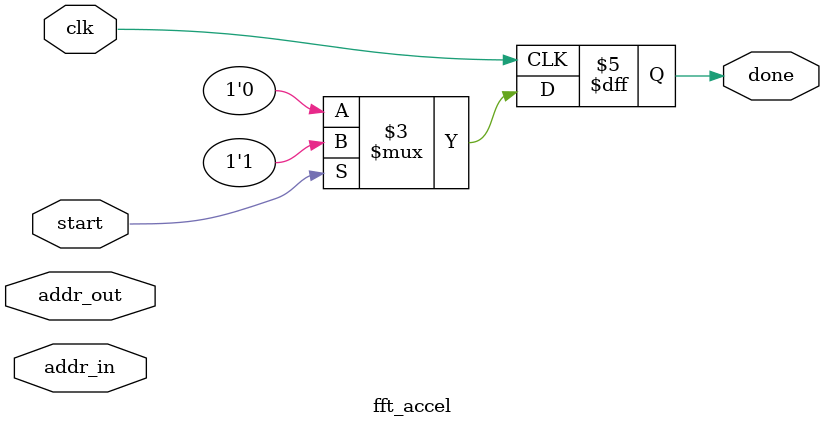
<source format=v>
module fft_accel (
    input wire clk,
    input wire start,
    input wire [18:0] addr_in,
    input wire [18:0] addr_out,
    output reg done
);
    // Placeholder for FFT logic
    always @(posedge clk) begin
        if (start) begin
            // FFT operation would be triggered here
            done <= 1'b1; // For now, immediately signal done
        end else begin
            done <= 1'b0;
        end
    end
endmodule 
</source>
